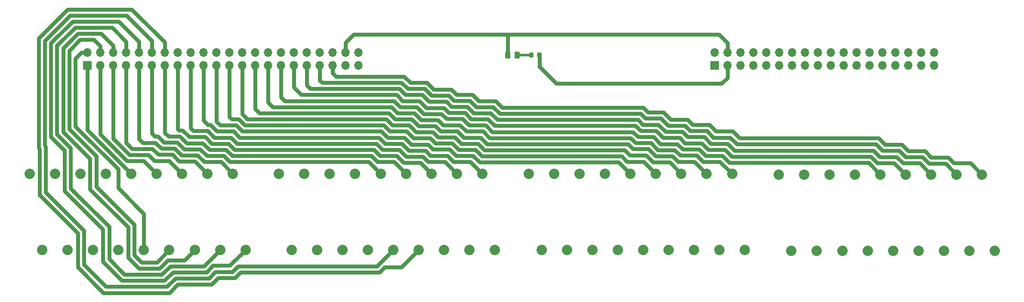
<source format=gtl>
G04 #@! TF.GenerationSoftware,KiCad,Pcbnew,5.1.10*
G04 #@! TF.CreationDate,2021-06-21T08:13:57-04:00*
G04 #@! TF.ProjectId,EVE-PCB-V4,4556452d-5043-4422-9d56-342e6b696361,rev?*
G04 #@! TF.SameCoordinates,Original*
G04 #@! TF.FileFunction,Copper,L1,Top*
G04 #@! TF.FilePolarity,Positive*
%FSLAX46Y46*%
G04 Gerber Fmt 4.6, Leading zero omitted, Abs format (unit mm)*
G04 Created by KiCad (PCBNEW 5.1.10) date 2021-06-21 08:13:57*
%MOMM*%
%LPD*%
G01*
G04 APERTURE LIST*
G04 #@! TA.AperFunction,ComponentPad*
%ADD10R,1.700000X1.700000*%
G04 #@! TD*
G04 #@! TA.AperFunction,ComponentPad*
%ADD11O,1.700000X1.700000*%
G04 #@! TD*
G04 #@! TA.AperFunction,ComponentPad*
%ADD12C,2.032000*%
G04 #@! TD*
G04 #@! TA.AperFunction,ViaPad*
%ADD13C,0.800000*%
G04 #@! TD*
G04 #@! TA.AperFunction,Conductor*
%ADD14C,0.250000*%
G04 #@! TD*
G04 #@! TA.AperFunction,Conductor*
%ADD15C,0.800000*%
G04 #@! TD*
G04 #@! TA.AperFunction,Conductor*
%ADD16C,0.500000*%
G04 #@! TD*
G04 APERTURE END LIST*
D10*
X189839600Y-67589400D03*
D11*
X189839600Y-65049400D03*
X192379600Y-67589400D03*
X192379600Y-65049400D03*
X194919600Y-67589400D03*
X194919600Y-65049400D03*
X197459600Y-67589400D03*
X197459600Y-65049400D03*
X199999600Y-67589400D03*
X199999600Y-65049400D03*
X202539600Y-67589400D03*
X202539600Y-65049400D03*
X205079600Y-67589400D03*
X205079600Y-65049400D03*
X207619600Y-67589400D03*
X207619600Y-65049400D03*
X210159600Y-67589400D03*
X210159600Y-65049400D03*
X212699600Y-67589400D03*
X212699600Y-65049400D03*
X215239600Y-67589400D03*
X215239600Y-65049400D03*
X217779600Y-67589400D03*
X217779600Y-65049400D03*
X220319600Y-67589400D03*
X220319600Y-65049400D03*
X222859600Y-67589400D03*
X222859600Y-65049400D03*
X225399600Y-67589400D03*
X225399600Y-65049400D03*
X227939600Y-67589400D03*
X227939600Y-65049400D03*
X230479600Y-67589400D03*
X230479600Y-65049400D03*
X233019600Y-67589400D03*
X233019600Y-65049400D03*
D10*
X66395600Y-67589400D03*
D11*
X66395600Y-65049400D03*
X68935600Y-67589400D03*
X68935600Y-65049400D03*
X71475600Y-67589400D03*
X71475600Y-65049400D03*
X74015600Y-67589400D03*
X74015600Y-65049400D03*
X76555600Y-67589400D03*
X76555600Y-65049400D03*
X79095600Y-67589400D03*
X79095600Y-65049400D03*
X81635600Y-67589400D03*
X81635600Y-65049400D03*
X84175600Y-67589400D03*
X84175600Y-65049400D03*
X86715600Y-67589400D03*
X86715600Y-65049400D03*
X89255600Y-67589400D03*
X89255600Y-65049400D03*
X91795600Y-67589400D03*
X91795600Y-65049400D03*
X94335600Y-67589400D03*
X94335600Y-65049400D03*
X96875600Y-67589400D03*
X96875600Y-65049400D03*
X99415600Y-67589400D03*
X99415600Y-65049400D03*
X101955600Y-67589400D03*
X101955600Y-65049400D03*
X104495600Y-67589400D03*
X104495600Y-65049400D03*
X107035600Y-67589400D03*
X107035600Y-65049400D03*
X109575600Y-67589400D03*
X109575600Y-65049400D03*
X112115600Y-67589400D03*
X112115600Y-65049400D03*
X114655600Y-67589400D03*
X114655600Y-65049400D03*
X117195600Y-67589400D03*
X117195600Y-65049400D03*
X119735600Y-67589400D03*
X119735600Y-65049400D03*
D12*
X97505601Y-103886000D03*
X95005601Y-88886000D03*
X92505601Y-103886000D03*
X90005601Y-88886000D03*
X87505601Y-103886000D03*
X85005601Y-88886000D03*
X82505601Y-103886000D03*
X80005601Y-88886000D03*
X77505601Y-103886000D03*
X75005601Y-88886000D03*
X72505600Y-103886000D03*
X70005600Y-88886000D03*
X67505600Y-103886000D03*
X65005600Y-88886000D03*
X62505600Y-103886000D03*
X60005600Y-88886000D03*
X57505600Y-103886000D03*
X55005600Y-88886000D03*
X195752801Y-103936800D03*
X193252801Y-88936800D03*
X190752801Y-103936800D03*
X188252801Y-88936800D03*
X185752801Y-103936800D03*
X183252801Y-88936800D03*
X180752801Y-103936800D03*
X178252801Y-88936800D03*
X175752801Y-103936800D03*
X173252801Y-88936800D03*
X170752800Y-103936800D03*
X168252800Y-88936800D03*
X165752800Y-103936800D03*
X163252800Y-88936800D03*
X160752800Y-103936800D03*
X158252800Y-88936800D03*
X155752800Y-103936800D03*
X153252800Y-88936800D03*
X104078400Y-88886000D03*
X106578400Y-103886000D03*
X109078400Y-88886000D03*
X111578400Y-103886000D03*
X114078400Y-88886000D03*
X116578400Y-103886000D03*
X119078400Y-88886000D03*
X121578400Y-103886000D03*
X124078401Y-88886000D03*
X126578401Y-103886000D03*
X129078401Y-88886000D03*
X131578401Y-103886000D03*
X134078401Y-88886000D03*
X136578401Y-103886000D03*
X139078401Y-88886000D03*
X141578401Y-103886000D03*
X144078401Y-88886000D03*
X146578401Y-103886000D03*
X202427200Y-89038400D03*
X204927200Y-104038400D03*
X207427200Y-89038400D03*
X209927200Y-104038400D03*
X212427200Y-89038400D03*
X214927200Y-104038400D03*
X217427200Y-89038400D03*
X219927200Y-104038400D03*
X222427201Y-89038400D03*
X224927201Y-104038400D03*
X227427201Y-89038400D03*
X229927201Y-104038400D03*
X232427201Y-89038400D03*
X234927201Y-104038400D03*
X237427201Y-89038400D03*
X239927201Y-104038400D03*
X242427201Y-89038400D03*
X244927201Y-104038400D03*
G04 #@! TA.AperFunction,SMDPad,CuDef*
G36*
G01*
X153308600Y-65788250D02*
X153308600Y-65275750D01*
G75*
G02*
X153527350Y-65057000I218750J0D01*
G01*
X153964850Y-65057000D01*
G75*
G02*
X154183600Y-65275750I0J-218750D01*
G01*
X154183600Y-65788250D01*
G75*
G02*
X153964850Y-66007000I-218750J0D01*
G01*
X153527350Y-66007000D01*
G75*
G02*
X153308600Y-65788250I0J218750D01*
G01*
G37*
G04 #@! TD.AperFunction*
G04 #@! TA.AperFunction,SMDPad,CuDef*
G36*
G01*
X154883600Y-65788250D02*
X154883600Y-65275750D01*
G75*
G02*
X155102350Y-65057000I218750J0D01*
G01*
X155539850Y-65057000D01*
G75*
G02*
X155758600Y-65275750I0J-218750D01*
G01*
X155758600Y-65788250D01*
G75*
G02*
X155539850Y-66007000I-218750J0D01*
G01*
X155102350Y-66007000D01*
G75*
G02*
X154883600Y-65788250I0J218750D01*
G01*
G37*
G04 #@! TD.AperFunction*
G04 #@! TA.AperFunction,SMDPad,CuDef*
G36*
G01*
X151466001Y-65091800D02*
X151466001Y-65991802D01*
G75*
G02*
X151216002Y-66241801I-249999J0D01*
G01*
X150691000Y-66241801D01*
G75*
G02*
X150441001Y-65991802I0J249999D01*
G01*
X150441001Y-65091800D01*
G75*
G02*
X150691000Y-64841801I249999J0D01*
G01*
X151216002Y-64841801D01*
G75*
G02*
X151466001Y-65091800I0J-249999D01*
G01*
G37*
G04 #@! TD.AperFunction*
G04 #@! TA.AperFunction,SMDPad,CuDef*
G36*
G01*
X149641001Y-65091800D02*
X149641001Y-65991802D01*
G75*
G02*
X149391002Y-66241801I-249999J0D01*
G01*
X148866000Y-66241801D01*
G75*
G02*
X148616001Y-65991802I0J249999D01*
G01*
X148616001Y-65091800D01*
G75*
G02*
X148866000Y-64841801I249999J0D01*
G01*
X149391002Y-64841801D01*
G75*
G02*
X149641001Y-65091800I0J-249999D01*
G01*
G37*
G04 #@! TD.AperFunction*
D13*
X155321100Y-67843500D03*
D14*
X149118700Y-65532000D02*
X149128501Y-65541801D01*
D15*
X117195600Y-65049400D02*
X117195600Y-63093600D01*
X117195600Y-63093600D02*
X118821200Y-61468000D01*
X192379600Y-63144400D02*
X192379600Y-65049400D01*
X190703200Y-61468000D02*
X192379600Y-63144400D01*
X149128501Y-65541801D02*
X149128501Y-61488299D01*
X149128501Y-61488299D02*
X149148800Y-61468000D01*
X149148800Y-61468000D02*
X190703200Y-61468000D01*
X118821200Y-61468000D02*
X149148800Y-61468000D01*
D14*
X155295600Y-65506500D02*
X155321100Y-65532000D01*
D15*
X192379600Y-67589400D02*
X192379600Y-70002400D01*
X192379600Y-70002400D02*
X191211200Y-71170800D01*
X191211200Y-71170800D02*
X158648400Y-71170800D01*
X155321100Y-67843500D02*
X155321100Y-67843500D01*
X158648400Y-71170800D02*
X155321100Y-67843500D01*
X155321100Y-67843500D02*
X155321100Y-65532000D01*
D14*
X153736299Y-65541801D02*
X153746100Y-65532000D01*
D16*
X150953501Y-65541801D02*
X153736299Y-65541801D01*
D15*
X89305201Y-107086400D02*
X92505601Y-103886000D01*
X74015600Y-65049400D02*
X74015600Y-62890400D01*
X74015600Y-62890400D02*
X71259980Y-60134780D01*
X71259980Y-60134780D02*
X63979079Y-60134780D01*
X63979079Y-60134780D02*
X60407969Y-63705890D01*
X63093600Y-91795600D02*
X70662800Y-99364800D01*
X60407969Y-63705890D02*
X60407970Y-81155040D01*
X60407970Y-81155040D02*
X63093600Y-83840670D01*
X63093600Y-83840670D02*
X63093600Y-91795600D01*
X73672421Y-108724421D02*
X81064379Y-108724421D01*
X70662800Y-99364800D02*
X70662800Y-105714800D01*
X81064379Y-108724421D02*
X82702400Y-107086400D01*
X70662800Y-105714800D02*
X73672421Y-108724421D01*
X82702400Y-107086400D02*
X89305201Y-107086400D01*
X94406801Y-106984800D02*
X97505601Y-103886000D01*
X91103871Y-106984800D02*
X94406801Y-106984800D01*
X89802261Y-108286410D02*
X91103871Y-106984800D01*
X76555600Y-65049400D02*
X76555600Y-62890400D01*
X63482018Y-58934771D02*
X59207960Y-63208831D01*
X76555600Y-62890400D02*
X72599970Y-58934770D01*
X81561440Y-109924430D02*
X83199460Y-108286410D01*
X72599970Y-58934770D02*
X63482018Y-58934771D01*
X83199460Y-108286410D02*
X89802261Y-108286410D01*
X59207960Y-63208831D02*
X59207961Y-81652101D01*
X69462790Y-99861860D02*
X69462791Y-106211861D01*
X69462791Y-106211861D02*
X73175361Y-109924431D01*
X59207961Y-81652101D02*
X61893590Y-84337730D01*
X61893591Y-92292661D02*
X69462790Y-99861860D01*
X61893590Y-84337730D02*
X61893591Y-92292661D01*
X73175361Y-109924431D02*
X81561440Y-109924430D01*
X77505601Y-96809601D02*
X77505601Y-103886000D01*
X72440800Y-91744800D02*
X77505601Y-96809601D01*
X72440800Y-88018269D02*
X72440800Y-91744800D01*
X64008000Y-79585469D02*
X72440800Y-88018269D01*
X64008000Y-66234919D02*
X64008000Y-79585469D01*
X65193519Y-65049400D02*
X64008000Y-66234919D01*
X66395600Y-65049400D02*
X65193519Y-65049400D01*
X79095600Y-65049400D02*
X79095600Y-62738000D01*
X74092362Y-57734762D02*
X62984957Y-57734762D01*
X79095600Y-62738000D02*
X74092362Y-57734762D01*
X58007951Y-83357151D02*
X58189599Y-83538799D01*
X58007951Y-62711770D02*
X58007951Y-83357151D01*
X62984957Y-57734762D02*
X58007951Y-62711770D01*
X65689599Y-100081199D02*
X65689599Y-106786799D01*
X58189599Y-92581199D02*
X65689599Y-100081199D01*
X70027239Y-111124439D02*
X82058501Y-111124439D01*
X65689599Y-106786799D02*
X70027239Y-111124439D01*
X82058501Y-111124439D02*
X83696520Y-109486420D01*
X91389200Y-108407200D02*
X91389200Y-108396541D01*
X90309980Y-109486420D02*
X91389200Y-108407200D01*
X83696520Y-109486420D02*
X90309980Y-109486420D01*
X91600931Y-108184810D02*
X94903862Y-108184809D01*
X91389200Y-108396541D02*
X91600931Y-108184810D01*
X94903862Y-108184809D02*
X96002271Y-107086400D01*
X123378001Y-107086400D02*
X126578401Y-103886000D01*
X96002271Y-107086400D02*
X123378001Y-107086400D01*
X58189599Y-83538799D02*
X58189599Y-92581199D01*
X66395600Y-80275999D02*
X75005601Y-88886000D01*
X66395600Y-80275999D02*
X66395600Y-67589400D01*
X80067201Y-106324400D02*
X82505601Y-103886000D01*
X77012800Y-106324400D02*
X80067201Y-106324400D01*
X75590400Y-104902000D02*
X77012800Y-106324400D01*
X75590400Y-98907600D02*
X75590400Y-104902000D01*
X62807990Y-64700010D02*
X62807990Y-80130790D01*
X64973200Y-62534800D02*
X62807990Y-64700010D01*
X67665600Y-62534800D02*
X64973200Y-62534800D01*
X68122800Y-85445600D02*
X68122800Y-91440000D01*
X62807990Y-80130790D02*
X68122800Y-85445600D01*
X68935600Y-63804800D02*
X67665600Y-62534800D01*
X68122800Y-91440000D02*
X75590400Y-98907600D01*
X68935600Y-65049400D02*
X68935600Y-63804800D01*
X85505210Y-105886391D02*
X87505601Y-103886000D01*
X76515739Y-107524410D02*
X80567320Y-107524410D01*
X74390389Y-105399060D02*
X76515739Y-107524410D01*
X66922789Y-91937060D02*
X74390389Y-99404660D01*
X69107191Y-61334791D02*
X64476138Y-61334791D01*
X66922789Y-85972789D02*
X66922789Y-91937060D01*
X61607979Y-80657979D02*
X66922789Y-85972789D01*
X71475600Y-63703200D02*
X69107191Y-61334791D01*
X71475600Y-65049400D02*
X71475600Y-63703200D01*
X80567320Y-107524410D02*
X82205339Y-105886391D01*
X82205339Y-105886391D02*
X85505210Y-105886391D01*
X61607979Y-64202949D02*
X61607979Y-80657979D01*
X64476138Y-61334791D02*
X61607979Y-64202949D01*
X74390389Y-99404660D02*
X74390389Y-105399060D01*
X87581201Y-86461600D02*
X90005601Y-88886000D01*
X83108800Y-85140800D02*
X84429600Y-86461600D01*
X80314800Y-85140800D02*
X83108800Y-85140800D01*
X75191855Y-83981044D02*
X79155044Y-83981044D01*
X79155044Y-83981044D02*
X80314800Y-85140800D01*
X74015600Y-82804789D02*
X75191855Y-83981044D01*
X84429600Y-86461600D02*
X87581201Y-86461600D01*
X74015600Y-82804789D02*
X74015600Y-67589400D01*
X142252662Y-85363191D02*
X143554271Y-86664800D01*
X170980801Y-86664800D02*
X173252801Y-88936800D01*
X143554271Y-86664800D02*
X170980801Y-86664800D01*
X91795600Y-78638400D02*
X92520344Y-79363144D01*
X125440914Y-81763163D02*
X128743845Y-81763164D01*
X92520344Y-79363144D02*
X95665166Y-79363145D01*
X96865175Y-80563154D02*
X124240906Y-80563155D01*
X95665166Y-79363145D02*
X96865175Y-80563154D01*
X130096253Y-83115572D02*
X133399184Y-83115573D01*
X124240906Y-80563155D02*
X125440914Y-81763163D01*
X128743845Y-81763164D02*
X130096253Y-83115572D01*
X137698922Y-84112381D02*
X138949731Y-85363190D01*
X133399184Y-83115573D02*
X134395992Y-84112381D01*
X134395992Y-84112381D02*
X137698922Y-84112381D01*
X138949731Y-85363190D02*
X142252662Y-85363191D01*
X91795600Y-78638400D02*
X91795600Y-67589400D01*
X81635600Y-65049400D02*
X81635600Y-63042800D01*
X62487896Y-56534753D02*
X56807941Y-62214710D01*
X75127553Y-56534753D02*
X62487896Y-56534753D01*
X81635600Y-63042800D02*
X75127553Y-56534753D01*
X56807941Y-62214710D02*
X56807941Y-83854211D01*
X56989589Y-84035859D02*
X56989589Y-93179859D01*
X56807941Y-83854211D02*
X56989589Y-84035859D01*
X56989589Y-93179859D02*
X57091189Y-93179859D01*
X64489589Y-100578259D02*
X64489590Y-107283860D01*
X57091189Y-93179859D02*
X64489589Y-100578259D01*
X69530179Y-112324449D02*
X82555562Y-112324448D01*
X64489590Y-107283860D02*
X69530179Y-112324449D01*
X82555562Y-112324448D02*
X84193580Y-110686430D01*
X84193580Y-110686430D02*
X90807041Y-110686429D01*
X92108652Y-109384818D02*
X95400923Y-109384818D01*
X90807041Y-110686429D02*
X92108652Y-109384818D01*
X96499331Y-108286410D02*
X123875062Y-108286409D01*
X95400923Y-109384818D02*
X96499331Y-108286410D01*
X123875062Y-108286409D02*
X124871871Y-107289600D01*
X128174801Y-107289600D02*
X131578401Y-103886000D01*
X124871871Y-107289600D02*
X128174801Y-107289600D01*
X94379871Y-86563200D02*
X121755601Y-86563200D01*
X93179862Y-85363191D02*
X94379871Y-86563200D01*
X89884390Y-85363190D02*
X93179862Y-85363191D01*
X88582781Y-84061581D02*
X89884390Y-85363190D01*
X85423721Y-84061581D02*
X88582781Y-84061581D01*
X81440651Y-82740781D02*
X84102922Y-82740782D01*
X80280895Y-81581025D02*
X81440651Y-82740781D01*
X121755601Y-86563200D02*
X124078401Y-88886000D01*
X84102922Y-82740782D02*
X85423721Y-84061581D01*
X79705200Y-81581024D02*
X80280895Y-81581025D01*
X79095600Y-80971424D02*
X79705200Y-81581024D01*
X79095600Y-80971424D02*
X79095600Y-67589400D01*
X220104401Y-86715600D02*
X222427201Y-89038400D01*
X192728671Y-86715600D02*
X220104401Y-86715600D01*
X188080790Y-85363190D02*
X191376262Y-85363191D01*
X183518521Y-84061581D02*
X186779181Y-84061581D01*
X179181330Y-83026390D02*
X182483331Y-83026391D01*
X173771692Y-80664752D02*
X174730121Y-81623181D01*
X186779181Y-84061581D02*
X188080790Y-85363190D01*
X182483331Y-83026391D02*
X183518521Y-84061581D01*
X140184227Y-78112336D02*
X141435035Y-79363144D01*
X174730121Y-81623181D02*
X177778122Y-81623182D01*
X104495600Y-73812400D02*
X105246309Y-74563109D01*
X105246309Y-74563109D02*
X126734709Y-74563109D01*
X126734709Y-74563109D02*
X127934718Y-75763118D01*
X132581557Y-77115526D02*
X136043526Y-77115526D01*
X177778122Y-81623182D02*
X179181330Y-83026390D01*
X141435035Y-79363144D02*
X144737966Y-79363145D01*
X136043526Y-77115526D02*
X137040335Y-78112335D01*
X137040335Y-78112335D02*
X140184227Y-78112336D01*
X191376262Y-85363191D02*
X192728671Y-86715600D01*
X131229150Y-75763119D02*
X132581557Y-77115526D01*
X127934718Y-75763118D02*
X131229150Y-75763119D01*
X146039572Y-80664751D02*
X173771692Y-80664752D01*
X144737966Y-79363145D02*
X146039572Y-80664751D01*
X104495600Y-73812400D02*
X104495600Y-67589400D01*
X77500665Y-86381064D02*
X80005601Y-88886000D01*
X74197735Y-86381064D02*
X77500665Y-86381064D01*
X68935600Y-81118929D02*
X74197735Y-86381064D01*
X68935600Y-81118929D02*
X68935600Y-67589400D01*
X82479601Y-86360000D02*
X85005601Y-88886000D01*
X79603600Y-86360000D02*
X82479601Y-86360000D01*
X78424654Y-85181054D02*
X79603600Y-86360000D01*
X74694795Y-85181054D02*
X78424654Y-85181054D01*
X71475600Y-81961859D02*
X74694795Y-85181054D01*
X71475600Y-81961859D02*
X71475600Y-67589400D01*
X92682801Y-86563200D02*
X95005601Y-88886000D01*
X89379871Y-86563200D02*
X92682801Y-86563200D01*
X84926660Y-85261590D02*
X88078262Y-85261591D01*
X83605861Y-83940791D02*
X84926660Y-85261590D01*
X80943590Y-83940790D02*
X83605861Y-83940791D01*
X88078262Y-85261591D02*
X89379871Y-86563200D01*
X79783834Y-82781034D02*
X80943590Y-83940790D01*
X77266800Y-82781034D02*
X79783834Y-82781034D01*
X76555600Y-82069834D02*
X77266800Y-82781034D01*
X76555600Y-82069834D02*
X76555600Y-67589400D01*
X175828401Y-86512400D02*
X178252801Y-88936800D01*
X171519990Y-85464790D02*
X172567600Y-86512400D01*
X139446792Y-84163181D02*
X142749722Y-84163181D01*
X94335600Y-77705935D02*
X94792800Y-78163135D01*
X94792800Y-78163135D02*
X96162227Y-78163136D01*
X124737967Y-79363146D02*
X125937975Y-80563154D01*
X125937975Y-80563154D02*
X129240906Y-80563155D01*
X142749722Y-84163181D02*
X144051331Y-85464790D01*
X96162227Y-78163136D02*
X97362236Y-79363145D01*
X129240906Y-80563155D02*
X130593314Y-81915563D01*
X97362236Y-79363145D02*
X124737967Y-79363146D01*
X172567600Y-86512400D02*
X175828401Y-86512400D01*
X144051331Y-85464790D02*
X171519990Y-85464790D01*
X130593314Y-81915563D02*
X133896245Y-81915564D01*
X134893052Y-82912371D02*
X138195983Y-82912372D01*
X133896245Y-81915564D02*
X134893052Y-82912371D01*
X138195983Y-82912372D02*
X139446792Y-84163181D01*
X94335600Y-77705935D02*
X94335600Y-67589400D01*
X180980801Y-86664800D02*
X183252801Y-88936800D01*
X177698400Y-86664800D02*
X180980801Y-86664800D01*
X173177200Y-85293200D02*
X176326800Y-85293200D01*
X172148780Y-84264780D02*
X173177200Y-85293200D01*
X96875600Y-77179439D02*
X96889839Y-77179439D01*
X144548391Y-84264780D02*
X172148780Y-84264780D01*
X97873536Y-78163136D02*
X125235028Y-78163137D01*
X96889839Y-77179439D02*
X97873536Y-78163136D01*
X125235028Y-78163137D02*
X126435036Y-79363145D01*
X139943852Y-82963171D02*
X143246783Y-82963172D01*
X126435036Y-79363145D02*
X129737967Y-79363146D01*
X129737967Y-79363146D02*
X131090375Y-80715554D01*
X135390113Y-81712362D02*
X138693044Y-81712363D01*
X131090375Y-80715554D02*
X134393305Y-80715554D01*
X134393305Y-80715554D02*
X135390113Y-81712362D01*
X138693044Y-81712363D02*
X139943852Y-82963171D01*
X176326800Y-85293200D02*
X177698400Y-86664800D01*
X143246783Y-82963172D02*
X144548391Y-84264780D01*
X96889839Y-67603639D02*
X96875600Y-67589400D01*
X96889839Y-77179439D02*
X96889839Y-67603639D01*
X185879201Y-86563200D02*
X188252801Y-88936800D01*
X181508400Y-85445600D02*
X182626000Y-86563200D01*
X176784000Y-84023200D02*
X178206400Y-85445600D01*
X173736000Y-84023200D02*
X176784000Y-84023200D01*
X172777570Y-83064770D02*
X173736000Y-84023200D01*
X99415600Y-76149200D02*
X100229527Y-76963127D01*
X182626000Y-86563200D02*
X185879201Y-86563200D01*
X126932097Y-78163136D02*
X130235028Y-78163137D01*
X125732089Y-76963128D02*
X126932097Y-78163136D01*
X135887174Y-80512353D02*
X139190105Y-80512354D01*
X134890366Y-79515545D02*
X135887174Y-80512353D01*
X130235028Y-78163137D02*
X131587435Y-79515544D01*
X143743844Y-81763163D02*
X145045451Y-83064770D01*
X131587435Y-79515544D02*
X134890366Y-79515545D01*
X139190105Y-80512354D02*
X140440913Y-81763162D01*
X178206400Y-85445600D02*
X181508400Y-85445600D01*
X140440913Y-81763162D02*
X143743844Y-81763163D01*
X100229527Y-76963127D02*
X125732089Y-76963128D01*
X145045451Y-83064770D02*
X172777570Y-83064770D01*
X99415600Y-76149200D02*
X99415600Y-67589400D01*
X187576271Y-86563200D02*
X190879201Y-86563200D01*
X186274662Y-85261591D02*
X187576271Y-86563200D01*
X183021460Y-85261590D02*
X186274662Y-85261591D01*
X181986270Y-84226400D02*
X183021460Y-85261590D01*
X178684270Y-84226400D02*
X181986270Y-84226400D01*
X177281061Y-82823191D02*
X178684270Y-84226400D01*
X174233060Y-82823190D02*
X177281061Y-82823191D01*
X173274631Y-81864761D02*
X174233060Y-82823190D01*
X140937974Y-80563153D02*
X144240905Y-80563154D01*
X101955600Y-74828400D02*
X102890318Y-75763118D01*
X126229150Y-75763119D02*
X127429158Y-76963127D01*
X127429158Y-76963127D02*
X130732089Y-76963128D01*
X130732089Y-76963128D02*
X132084496Y-78315535D01*
X132084496Y-78315535D02*
X135387427Y-78315536D01*
X135387427Y-78315536D02*
X136384235Y-79312344D01*
X190879201Y-86563200D02*
X193252801Y-88936800D01*
X139687166Y-79312345D02*
X140937974Y-80563153D01*
X136384235Y-79312344D02*
X139687166Y-79312345D01*
X144240905Y-80563154D02*
X145542511Y-81864760D01*
X102890318Y-75763118D02*
X126229150Y-75763119D01*
X145542511Y-81864760D02*
X173274631Y-81864761D01*
X101955600Y-74828400D02*
X101955600Y-67589400D01*
X141755601Y-86563200D02*
X144078401Y-88886000D01*
X137201862Y-85312391D02*
X138452671Y-86563200D01*
X96368114Y-81763163D02*
X123743845Y-81763164D01*
X89255600Y-78448743D02*
X90068400Y-79261543D01*
X90571024Y-79261544D02*
X91872633Y-80563153D01*
X90068400Y-79261543D02*
X90571024Y-79261544D01*
X91872633Y-80563153D02*
X95168105Y-80563154D01*
X123743845Y-81763164D02*
X124943853Y-82963172D01*
X95168105Y-80563154D02*
X96368114Y-81763163D01*
X129599192Y-84315581D02*
X132902123Y-84315582D01*
X132902123Y-84315582D02*
X133898931Y-85312390D01*
X124943853Y-82963172D02*
X128246784Y-82963173D01*
X138452671Y-86563200D02*
X141755601Y-86563200D01*
X128246784Y-82963173D02*
X129599192Y-84315581D01*
X133898931Y-85312390D02*
X137201862Y-85312391D01*
X89255600Y-78448743D02*
X89255600Y-67589400D01*
X136704801Y-86512400D02*
X139078401Y-88886000D01*
X129102131Y-85515590D02*
X132405062Y-85515591D01*
X86715600Y-79953552D02*
X87223600Y-80461552D01*
X91375573Y-81763163D02*
X94671044Y-81763163D01*
X133401871Y-86512400D02*
X136704801Y-86512400D01*
X90073963Y-80461553D02*
X91375573Y-81763163D01*
X87223600Y-80461552D02*
X90073963Y-80461553D01*
X94671044Y-81763163D02*
X95871053Y-82963172D01*
X95871053Y-82963172D02*
X123246784Y-82963173D01*
X124446792Y-84163181D02*
X127749723Y-84163182D01*
X123246784Y-82963173D02*
X124446792Y-84163181D01*
X127749723Y-84163182D02*
X129102131Y-85515590D01*
X132405062Y-85515591D02*
X133401871Y-86512400D01*
X86715600Y-77520800D02*
X86715600Y-67589400D01*
X86715600Y-79953552D02*
X86715600Y-77520800D01*
X131908001Y-86715600D02*
X134078401Y-88886000D01*
X84429600Y-80340763D02*
X85097044Y-80340764D01*
X85097044Y-80340764D02*
X86417841Y-81661561D01*
X86417841Y-81661561D02*
X89576902Y-81661562D01*
X95373992Y-84163181D02*
X122749723Y-84163182D01*
X89576902Y-81661562D02*
X90878512Y-82963172D01*
X94173984Y-82963173D02*
X95373992Y-84163181D01*
X84175600Y-80086763D02*
X84429600Y-80340763D01*
X122749723Y-84163182D02*
X123949731Y-85363190D01*
X123949731Y-85363190D02*
X127252662Y-85363191D01*
X90878512Y-82963172D02*
X94173984Y-82963173D01*
X127252662Y-85363191D02*
X128605071Y-86715600D01*
X128605071Y-86715600D02*
X131908001Y-86715600D01*
X84175600Y-80086763D02*
X84175600Y-67589400D01*
X123452671Y-86563200D02*
X126755601Y-86563200D01*
X122252662Y-85363191D02*
X123452671Y-86563200D01*
X94876931Y-85363190D02*
X122252662Y-85363191D01*
X90381451Y-84163181D02*
X93676923Y-84163182D01*
X93676923Y-84163182D02*
X94876931Y-85363190D01*
X89079841Y-82861571D02*
X90381451Y-84163181D01*
X85920781Y-82861571D02*
X89079841Y-82861571D01*
X84599983Y-81540773D02*
X85920781Y-82861571D01*
X126755601Y-86563200D02*
X129078401Y-88886000D01*
X82346800Y-81540772D02*
X84599983Y-81540773D01*
X81635600Y-80829572D02*
X82346800Y-81540772D01*
X81635600Y-80829572D02*
X81635600Y-67589400D01*
X115279872Y-69763072D02*
X128722953Y-69763073D01*
X114655600Y-69138800D02*
X115279872Y-69763072D01*
X129922962Y-70963082D02*
X133217394Y-70963083D01*
X128722953Y-69763073D02*
X129922962Y-70963082D01*
X134569799Y-72315488D02*
X138031768Y-72315488D01*
X133217394Y-70963083D02*
X134569799Y-72315488D01*
X139028578Y-73312298D02*
X142172470Y-73312299D01*
X138031768Y-72315488D02*
X139028578Y-73312298D01*
X143423279Y-74563108D02*
X146726210Y-74563109D01*
X142172470Y-73312299D02*
X143423279Y-74563108D01*
X146726210Y-74563109D02*
X148027816Y-75864715D01*
X148027816Y-75864715D02*
X175759936Y-75864716D01*
X176718365Y-76823145D02*
X179766366Y-76823146D01*
X175759936Y-75864716D02*
X176718365Y-76823145D01*
X181169572Y-78226352D02*
X184471573Y-78226353D01*
X179766366Y-76823146D02*
X181169572Y-78226352D01*
X185506764Y-79261544D02*
X188767425Y-79261545D01*
X184471573Y-78226353D02*
X185506764Y-79261544D01*
X190069033Y-80563153D02*
X193364505Y-80563154D01*
X188767425Y-79261545D02*
X190069033Y-80563153D01*
X222073453Y-81896372D02*
X223343453Y-83166372D01*
X194697722Y-81896371D02*
X222073453Y-81896372D01*
X193364505Y-80563154D02*
X194697722Y-81896371D01*
X223343453Y-83166372D02*
X226646384Y-83166373D01*
X231200123Y-84417182D02*
X232450931Y-85667990D01*
X227897192Y-84417181D02*
X231200123Y-84417182D01*
X226646384Y-83166373D02*
X227897192Y-84417181D01*
X232450931Y-85667990D02*
X235753862Y-85667991D01*
X235753862Y-85667991D02*
X236903071Y-86817200D01*
X240206001Y-86817200D02*
X242427201Y-89038400D01*
X236903071Y-86817200D02*
X240206001Y-86817200D01*
X114655600Y-69138800D02*
X114655600Y-67589400D01*
X235256801Y-86868000D02*
X237427201Y-89038400D01*
X146229149Y-75763118D02*
X147530755Y-77064724D01*
X137534708Y-73515498D02*
X138531518Y-74512308D01*
X129425901Y-72163091D02*
X132720333Y-72163092D01*
X185009703Y-80461553D02*
X188270364Y-80461554D01*
X194200662Y-83096381D02*
X221576392Y-83096381D01*
X134072739Y-73515498D02*
X137534708Y-73515498D01*
X141675409Y-74512308D02*
X142926218Y-75763117D01*
X132720333Y-72163092D02*
X134072739Y-73515498D01*
X226149323Y-84366382D02*
X227400131Y-85617190D01*
X138531518Y-74512308D02*
X141675409Y-74512308D01*
X112115600Y-70510400D02*
X112568281Y-70963081D01*
X128225892Y-70963082D02*
X129425901Y-72163091D01*
X147530755Y-77064724D02*
X175262875Y-77064725D01*
X230703062Y-85617191D02*
X231953871Y-86868000D01*
X231953871Y-86868000D02*
X235256801Y-86868000D01*
X175262875Y-77064725D02*
X176221304Y-78023154D01*
X112568281Y-70963081D02*
X128225892Y-70963082D01*
X176221304Y-78023154D02*
X179269305Y-78023155D01*
X180672511Y-79426361D02*
X183974512Y-79426362D01*
X221576392Y-83096381D02*
X222846392Y-84366381D01*
X189571972Y-81763162D02*
X192867444Y-81763163D01*
X179269305Y-78023155D02*
X180672511Y-79426361D01*
X183974512Y-79426362D02*
X185009703Y-80461553D01*
X188270364Y-80461554D02*
X189571972Y-81763162D01*
X142926218Y-75763117D02*
X146229149Y-75763118D01*
X192867444Y-81763163D02*
X194200662Y-83096381D01*
X227400131Y-85617190D02*
X230703062Y-85617191D01*
X222846392Y-84366381D02*
X226149323Y-84366382D01*
X112115600Y-70510400D02*
X112115600Y-67589400D01*
X110263090Y-72163090D02*
X127728831Y-72163091D01*
X109575600Y-71475600D02*
X110263090Y-72163090D01*
X128928840Y-73363100D02*
X132223272Y-73363101D01*
X127728831Y-72163091D02*
X128928840Y-73363100D01*
X132223272Y-73363101D02*
X133575678Y-74715507D01*
X133575678Y-74715507D02*
X137037648Y-74715508D01*
X138034457Y-75712317D02*
X141178349Y-75712318D01*
X137037648Y-74715508D02*
X138034457Y-75712317D01*
X142429157Y-76963126D02*
X145732088Y-76963127D01*
X141178349Y-75712318D02*
X142429157Y-76963126D01*
X145732088Y-76963127D02*
X147033694Y-78264733D01*
X174765814Y-78264734D02*
X175724243Y-79223163D01*
X147033694Y-78264733D02*
X174765814Y-78264734D01*
X175724243Y-79223163D02*
X178772244Y-79223164D01*
X180175451Y-80626371D02*
X183477451Y-80626371D01*
X178772244Y-79223164D02*
X180175451Y-80626371D01*
X184512642Y-81661562D02*
X187773303Y-81661563D01*
X183477451Y-80626371D02*
X184512642Y-81661562D01*
X189074911Y-82963171D02*
X192370383Y-82963172D01*
X187773303Y-81661563D02*
X189074911Y-82963171D01*
X192370383Y-82963172D02*
X193703601Y-84296390D01*
X193703601Y-84296390D02*
X221079332Y-84296391D01*
X222349331Y-85566390D02*
X225652262Y-85566391D01*
X221079332Y-84296391D02*
X222349331Y-85566390D01*
X225652262Y-85566391D02*
X226903071Y-86817200D01*
X230206001Y-86817200D02*
X232427201Y-89038400D01*
X226903071Y-86817200D02*
X230206001Y-86817200D01*
X109575600Y-71475600D02*
X109575600Y-67589400D01*
X221852271Y-86766400D02*
X225155201Y-86766400D01*
X193206541Y-85496400D02*
X220582271Y-85496400D01*
X184015581Y-82861571D02*
X187276242Y-82861572D01*
X182980391Y-81826381D02*
X184015581Y-82861571D01*
X179678391Y-81826381D02*
X182980391Y-81826381D01*
X175227182Y-80423172D02*
X178275183Y-80423173D01*
X174268753Y-79464743D02*
X175227182Y-80423172D01*
X191873322Y-84163181D02*
X193206541Y-85496400D01*
X188577851Y-84163181D02*
X191873322Y-84163181D01*
X107035600Y-71932800D02*
X108465899Y-73363099D01*
X127231770Y-73363100D02*
X128431779Y-74563109D01*
X225155201Y-86766400D02*
X227427201Y-89038400D01*
X187276242Y-82861572D02*
X188577851Y-84163181D01*
X133078617Y-75915516D02*
X136540587Y-75915517D01*
X178275183Y-80423173D02*
X179678391Y-81826381D01*
X108465899Y-73363099D02*
X127231770Y-73363100D01*
X136540587Y-75915517D02*
X137537396Y-76912326D01*
X145235027Y-78163136D02*
X146536633Y-79464742D01*
X128431779Y-74563109D02*
X131726211Y-74563110D01*
X131726211Y-74563110D02*
X133078617Y-75915516D01*
X137537396Y-76912326D02*
X140681288Y-76912327D01*
X220582271Y-85496400D02*
X221852271Y-86766400D01*
X140681288Y-76912327D02*
X141932096Y-78163135D01*
X141932096Y-78163135D02*
X145235027Y-78163136D01*
X146536633Y-79464742D02*
X174268753Y-79464743D01*
X107035600Y-71932800D02*
X107035600Y-67589400D01*
M02*

</source>
